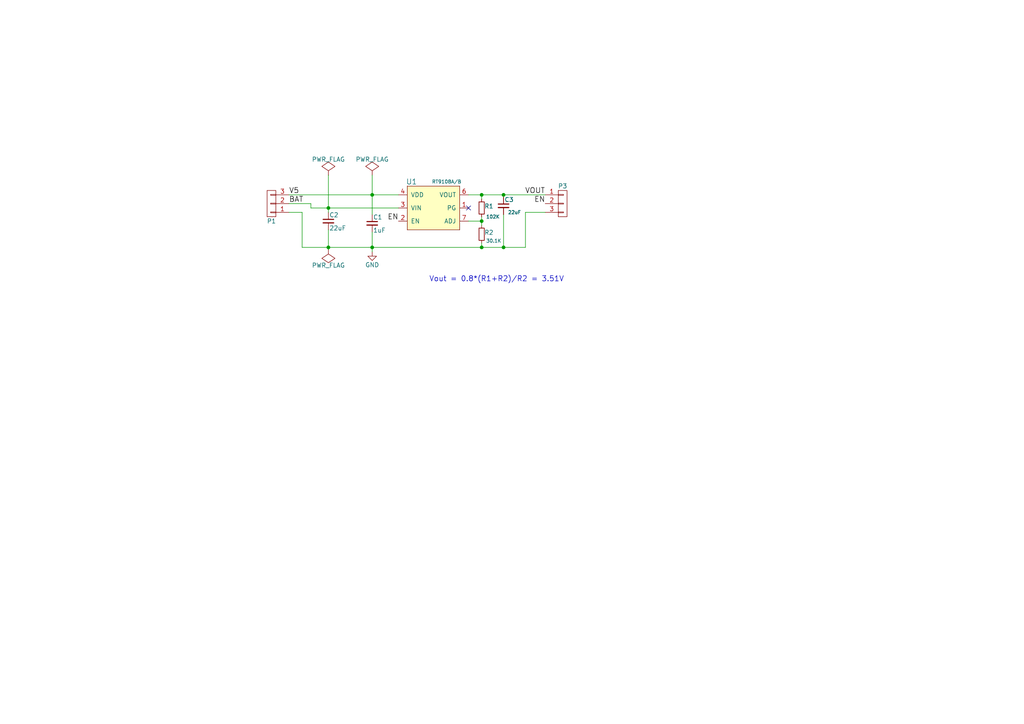
<source format=kicad_sch>
(kicad_sch (version 20230121) (generator eeschema)
  (paper "A4")
  (lib_symbols
    (symbol "ldo_3v3-rescue:CONN_01X03" (pin_names (offset 1.016) hide)
      (property "Reference" "P" (at 0 5.08 0))
      (property "Value" "CONN_01X03" (at 2.54 0 90))
      (symbol "CONN_01X03_0_1"
        (rectangle (start -1.27 -2.413) (end 0.254 -2.667))
        (rectangle (start -1.27 0.127) (end 0.254 -0.127))
        (rectangle (start -1.27 2.667) (end 0.254 2.413))
        (rectangle (start -1.27 3.81) (end 1.27 -3.81))
      )
      (symbol "CONN_01X03_1_1"
        (pin passive line (at -5.08 2.54 0) (length 3.81) (name "P1") (number "1"))
        (pin passive line (at -5.08 0 0) (length 3.81) (name "P2") (number "2"))
        (pin passive line (at -5.08 -2.54 0) (length 3.81) (name "P3") (number "3"))
      )
    )
    (symbol "ldo_3v3-rescue:C_Small" (pin_numbers hide) (pin_names (offset 0.254) hide)
      (property "Reference" "C" (at 0.254 1.778 0))
      (property "Value" "C_Small" (at 0.254 -2.032 0))
      (symbol "C_Small_0_1"
        (polyline (pts (xy -1.524 -0.508) (xy 1.524 -0.508)) (stroke (width 0.3302)))
        (polyline (pts (xy -1.524 0.508) (xy 1.524 0.508)) (stroke (width 0.3048)))
      )
      (symbol "C_Small_1_1"
        (pin passive line (at 0 2.54 270) (length 2.032) (name "~") (number "1"))
        (pin passive line (at 0 -2.54 90) (length 2.032) (name "~") (number "2"))
      )
    )
    (symbol "ldo_3v3-rescue:GND" (power) (pin_names (offset 0))
      (property "Value" "GND" (at 0 -3.81 0))
      (symbol "GND_0_1"
        (polyline (pts (xy 0 0) (xy 0 -1.27) (xy 1.27 -1.27) (xy 0 -2.54) (xy -1.27 -1.27) (xy 0 -1.27)))
      )
      (symbol "GND_1_1"
        (pin power_in line (at 0 0 270) (length 0) hide (name "GND") (number "1"))
      )
    )
    (symbol "ldo_3v3-rescue:PWR_FLAG" (power) (pin_numbers hide) (pin_names (offset 0) hide)
      (property "Value" "PWR_FLAG" (at 0 4.572 0))
      (symbol "PWR_FLAG_0_0"
        (pin power_out line (at 0 0 90) (length 0) (name "pwr") (number "1"))
      )
      (symbol "PWR_FLAG_0_1"
        (polyline (pts (xy 0 0) (xy 0 1.27) (xy -1.905 2.54) (xy 0 3.81) (xy 1.905 2.54) (xy 0 1.27)))
      )
    )
    (symbol "ldo_3v3-rescue:RT9108A/B" (pin_names (offset 1.016))
      (property "Reference" "U" (at -6.35 7.62 0))
      (property "Value" "RT9108A/B" (at 3.81 7.62 0))
      (symbol "RT9108A/B_0_1"
        (rectangle (start -7.62 6.35) (end 7.62 -6.35) (fill (type background)))
      )
      (symbol "RT9108A/B_1_1"
        (pin open_collector line (at 10.16 0 180) (length 2.54) (name "PG") (number "1"))
        (pin input line (at -10.16 -3.81 0) (length 2.54) (name "EN") (number "2"))
        (pin power_in line (at -10.16 0 0) (length 2.54) (name "VIN") (number "3"))
        (pin power_in line (at -10.16 3.81 0) (length 2.54) (name "VDD") (number "4"))
        (pin no_connect line (at -2.54 -8.89 90) (length 2.54) hide (name "NC") (number "5"))
        (pin power_out line (at 10.16 3.81 180) (length 2.54) (name "VOUT") (number "6"))
        (pin input line (at 10.16 -3.81 180) (length 2.54) (name "ADJ") (number "7"))
        (pin power_in line (at 0 -8.89 90) (length 2.54) hide (name "GND") (number "8"))
        (pin power_in line (at 2.54 -8.89 90) (length 2.54) hide (name "GND") (number "9"))
      )
    )
    (symbol "ldo_3v3-rescue:R_Small" (pin_numbers hide) (pin_names (offset 0.254) hide)
      (property "Reference" "R" (at 0.762 0.508 0))
      (property "Value" "R_Small" (at 0.762 -1.016 0))
      (symbol "R_Small_0_1"
        (rectangle (start -0.762 1.778) (end 0.762 -1.778) (stroke (width 0.2032)))
      )
      (symbol "R_Small_1_1"
        (pin passive line (at 0 2.54 270) (length 0.762) (name "~") (number "1"))
        (pin passive line (at 0 -2.54 90) (length 0.762) (name "~") (number "2"))
      )
    )
  )
  (junction (at 146.05 56.515))
  (junction (at 146.05 71.755))
  (junction (at 139.7 56.515))
  (junction (at 139.7 64.135))
  (junction (at 95.25 71.755))
  (junction (at 107.95 56.515))
  (junction (at 107.95 71.755))
  (junction (at 95.25 60.325))
  (junction (at 139.7 71.755))
  (no_connect (at 135.89 60.325))
  (wire (pts (xy 87.63 71.755) (xy 95.25 71.755)))
  (wire (pts (xy 95.25 60.325) (xy 115.57 60.325)))
  (wire (pts (xy 139.7 71.755) (xy 139.7 70.485)))
  (wire (pts (xy 90.17 60.325) (xy 90.17 59.055)))
  (wire (pts (xy 95.25 66.675) (xy 95.25 71.755)))
  (wire (pts (xy 107.95 56.515) (xy 115.57 56.515)))
  (wire (pts (xy 107.95 67.31) (xy 107.95 71.755)))
  (wire (pts (xy 95.25 71.755) (xy 95.25 72.39)))
  (wire (pts (xy 139.7 64.135) (xy 139.7 65.405)))
  (wire (pts (xy 139.7 56.515) (xy 146.05 56.515)))
  (wire (pts (xy 146.05 57.15) (xy 146.05 56.515)))
  (wire (pts (xy 146.05 71.755) (xy 152.4 71.755)))
  (wire (pts (xy 95.25 71.755) (xy 107.95 71.755)))
  (wire (pts (xy 95.25 50.8) (xy 95.25 60.325)))
  (wire (pts (xy 90.17 59.055) (xy 83.82 59.055)))
  (wire (pts (xy 83.82 56.515) (xy 107.95 56.515)))
  (wire (pts (xy 107.95 56.515) (xy 107.95 62.23)))
  (wire (pts (xy 90.17 60.325) (xy 95.25 60.325)))
  (wire (pts (xy 83.82 61.595) (xy 87.63 61.595)))
  (wire (pts (xy 152.4 61.595) (xy 152.4 71.755)))
  (wire (pts (xy 139.7 71.755) (xy 146.05 71.755)))
  (wire (pts (xy 87.63 61.595) (xy 87.63 71.755)))
  (wire (pts (xy 135.89 64.135) (xy 139.7 64.135)))
  (wire (pts (xy 146.05 56.515) (xy 158.115 56.515)))
  (wire (pts (xy 146.05 71.755) (xy 146.05 62.23)))
  (wire (pts (xy 139.7 57.785) (xy 139.7 56.515)))
  (wire (pts (xy 107.95 50.8) (xy 107.95 56.515)))
  (wire (pts (xy 139.7 62.865) (xy 139.7 64.135)))
  (wire (pts (xy 107.95 71.755) (xy 107.95 73.025)))
  (wire (pts (xy 95.25 60.325) (xy 95.25 61.595)))
  (wire (pts (xy 135.89 56.515) (xy 139.7 56.515)))
  (wire (pts (xy 107.95 71.755) (xy 139.7 71.755)))
  (wire (pts (xy 158.115 61.595) (xy 152.4 61.595)))
  (text "Vout = 0.8*(R1+R2)/R2 = 3.51V" (at 124.46 81.915 0) (effects (font (size 1.524 1.524)) (justify left bottom)))
  (label "VOUT" (at 158.115 56.515 180) (effects (font (size 1.524 1.524))))
  (label "BAT" (at 83.82 59.055 0) (effects (font (size 1.524 1.524))))
  (label "EN" (at 115.57 64.135 180) (effects (font (size 1.524 1.524))))
  (label "V5" (at 83.82 56.515 0) (effects (font (size 1.524 1.524))))
  (label "EN" (at 158.115 59.055 180) (effects (font (size 1.524 1.524))))
  (symbol (lib_id "ldo_3v3-rescue:RT9108A/B") (at 125.73 60.325 0) (unit 1)
    (property "Reference" "U1" (at 119.38 52.705 0) (effects (font (size 1.524 1.524))))
    (property "Value" "RT9108A/B" (at 129.54 52.705 0) (effects (font (size 0.9906 0.9906))))
    (property "Footprint" "Housings_SOIC:SOIC-8-1EP_3.9x4.9mm_Pitch1.27mm" (effects hide))
  )
  (symbol (lib_id "ldo_3v3-rescue:PWR_FLAG") (at 107.95 50.8 0) (unit 1)
    (property "Reference" "#FLG01" (effects hide))
    (property "Value" "PWR_FLAG" (at 107.95 46.228 0))
  )
  (symbol (lib_id "ldo_3v3-rescue:CONN_01X03") (at 163.195 59.055 0) (unit 1)
    (property "Reference" "P3" (at 163.195 53.975 0))
    (property "Value" "CONN_01X01" (effects hide))
    (property "Footprint" "Pin_Headers:Pin_Header_Straight_1x03" (effects hide))
  )
  (symbol (lib_id "ldo_3v3-rescue:C_Small") (at 107.95 64.77 0) (unit 1)
    (property "Reference" "C1" (at 108.204 62.992 0) (effects (justify left)))
    (property "Value" "1uF" (at 108.204 66.802 0) (effects (justify left)))
    (property "Footprint" "Capacitors_SMD:C_0402" (effects hide))
  )
  (symbol (lib_id "ldo_3v3-rescue:GND") (at 107.95 73.025 0) (unit 1)
    (property "Reference" "#PWR02" (effects hide))
    (property "Value" "GND" (at 107.95 76.835 0))
  )
  (symbol (lib_id "ldo_3v3-rescue:C_Small") (at 95.25 64.135 0) (unit 1)
    (property "Reference" "C2" (at 95.504 62.357 0) (effects (justify left)))
    (property "Value" "22uF" (at 95.504 66.167 0) (effects (justify left)))
    (property "Footprint" "Capacitors_SMD:C_0805" (effects hide))
  )
  (symbol (lib_id "ldo_3v3-rescue:R_Small") (at 139.7 67.945 0) (unit 1)
    (property "Reference" "R2" (at 140.462 67.437 0) (effects (justify left)))
    (property "Value" "30.1K" (at 140.97 69.85 0) (effects (font (size 0.9906 0.9906)) (justify left)))
    (property "Footprint" "Resistors_SMD:R_0402" (effects hide))
  )
  (symbol (lib_id "ldo_3v3-rescue:C_Small") (at 146.05 59.69 0) (unit 1)
    (property "Reference" "C3" (at 146.304 57.912 0) (effects (justify left)))
    (property "Value" "22uF" (at 147.32 61.595 0) (effects (font (size 0.9906 0.9906)) (justify left)))
    (property "Footprint" "Capacitors_SMD:C_0805" (effects hide))
  )
  (symbol (lib_id "ldo_3v3-rescue:R_Small") (at 139.7 60.325 0) (unit 1)
    (property "Reference" "R1" (at 140.462 59.817 0) (effects (justify left)))
    (property "Value" "102K" (at 140.97 62.865 0) (effects (font (size 0.9906 0.9906)) (justify left)))
    (property "Footprint" "Resistors_SMD:R_0402" (effects hide))
  )
  (symbol (lib_id "ldo_3v3-rescue:PWR_FLAG") (at 95.25 72.39 0) (mirror x) (unit 1)
    (property "Reference" "#FLG03" (effects hide))
    (property "Value" "PWR_FLAG" (at 95.25 76.962 0))
  )
  (symbol (lib_id "ldo_3v3-rescue:PWR_FLAG") (at 95.25 50.8 0) (unit 1)
    (property "Reference" "#FLG04" (effects hide))
    (property "Value" "PWR_FLAG" (at 95.25 46.228 0))
  )
  (symbol (lib_id "ldo_3v3-rescue:CONN_01X03") (at 78.74 59.055 180) (unit 1)
    (property "Reference" "P1" (at 78.74 64.135 0))
    (property "Value" "CONN_01X01" (effects hide))
    (property "Footprint" "Pin_Headers:Pin_Header_Straight_1x03" (effects hide))
  )
)
</source>
